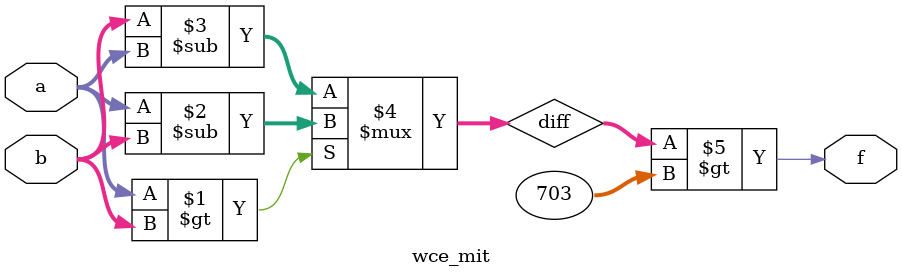
<source format=v>
module wce_mit(a, b, f);
parameter _bit = 16;
parameter wce = 703;
input [_bit - 1: 0] a;
input [_bit - 1: 0] b;
output f;
wire [_bit - 1: 0] diff;
assign diff = (a > b)? (a - b): (b - a);
assign f = (diff > wce);
endmodule

</source>
